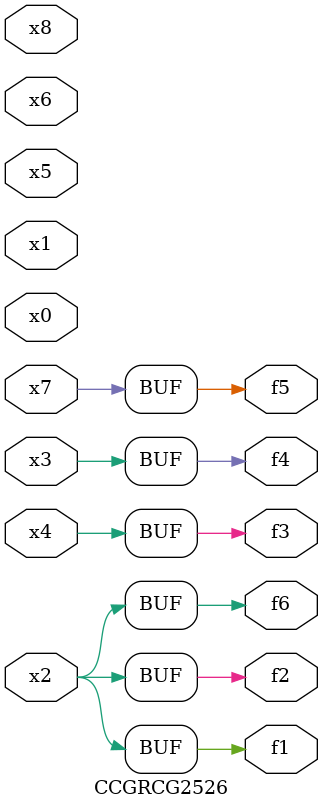
<source format=v>
module CCGRCG2526(
	input x0, x1, x2, x3, x4, x5, x6, x7, x8,
	output f1, f2, f3, f4, f5, f6
);
	assign f1 = x2;
	assign f2 = x2;
	assign f3 = x4;
	assign f4 = x3;
	assign f5 = x7;
	assign f6 = x2;
endmodule

</source>
